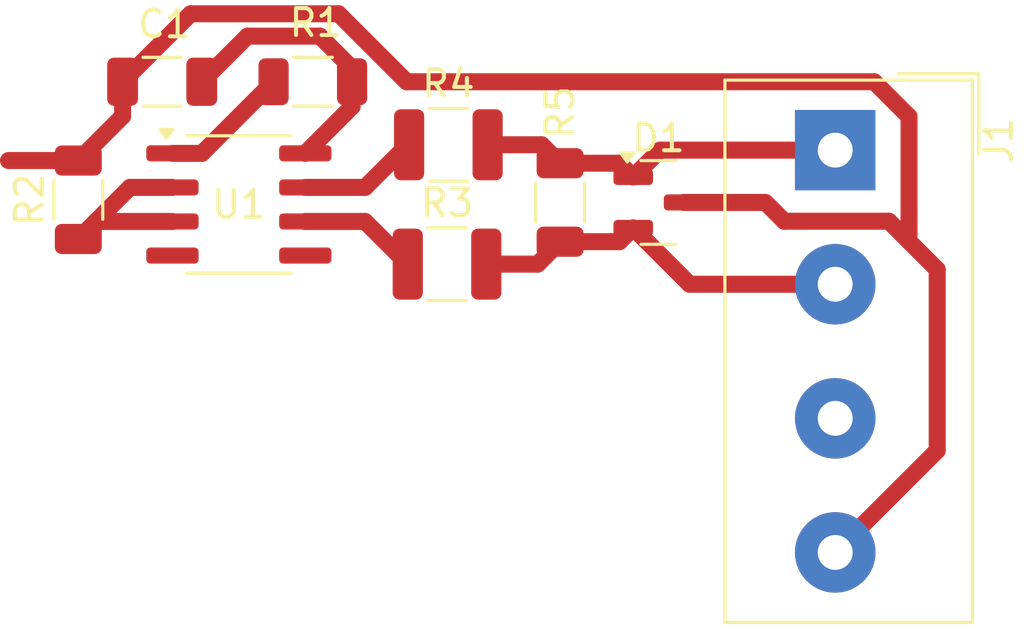
<source format=kicad_pcb>
(kicad_pcb (version 20240108) (generator "pcbnew") (generator_version "8.0")
  (layers (0 "F.Cu" signal) (31 "B.Cu" signal) (34 "B.Paste" user) (35 "F.Paste" user) (36 "B.SilkS" user "B.Silkscreen") (37 "F.SilkS" user "F.Silkscreen") (38 "B.Mask" user) (39 "F.Mask" user) (44 "Edge.Cuts" user))
  (net 0 "")
  (net 1 "+5V")
  (net 2 "GND")
  (net 3 "/A")
  (net 4 "/B")
  (net 5 "/RxD")
  (net 6 "/XDIR")
  (net 7 "/Bout")
  (net 8 "/Aout")
  (net 9 "/TxD")
  (net 10 "+12V")
  (footprint "Resistor_SMD:R_1206_3216Metric" (layer "F.Cu") (at 148.85 97.7 90)
    (property "Reference" "R2" (at 0 -1.82 90) (layer "F.SilkS"))
    (property "Value" "10kOhm")
    (fp_line (start -0.727064 -0.91) (end 0.727064 -0.91) (stroke (width 0.12)) (layer "F.SilkS"))
    (fp_line (start -0.727064 0.91) (end 0.727064 0.91) (stroke (width 0.12)) (layer "F.SilkS"))
    (pad "1" smd roundrect (at -1.4625 0 90) (size 1.125 1.75) (layers "F.Cu" "F.Paste" "F.Mask") (roundrect_rratio 0.222222) (net 6 "/XDIR"))
    (pad "2" smd roundrect (at 1.4625 0 90) (size 1.125 1.75) (layers "F.Cu" "F.Paste" "F.Mask") (roundrect_rratio 0.222222) (net 2 "GND"))
  )
  (footprint "Resistor_SMD:R_1206_3216Metric" (layer "F.Cu") (at 166.8 97.8 90)
    (property "Reference" "R5" (at 3.35 0 90) (layer "F.SilkS"))
    (property "Value" "120")
    (fp_line (start -0.727064 -0.91) (end 0.727064 -0.91) (stroke (width 0.12)) (layer "F.SilkS"))
    (fp_line (start -0.727064 0.91) (end 0.727064 0.91) (stroke (width 0.12)) (layer "F.SilkS"))
    (pad "1" smd roundrect (at -1.4625 0 90) (size 1.125 1.75) (layers "F.Cu" "F.Paste" "F.Mask") (roundrect_rratio 0.222222) (net 3 "/A"))
    (pad "2" smd roundrect (at 1.4625 0 90) (size 1.125 1.75) (layers "F.Cu" "F.Paste" "F.Mask") (roundrect_rratio 0.222222) (net 4 "/B"))
  )
  (footprint "Capacitor_SMD:C_1206_3216Metric" (layer "F.Cu") (at 151.975 93.3 180)
    (property "Reference" "C1" (at -0.075 2.15 360) (layer "F.SilkS"))
    (property "Value" "C")
    (fp_line (start -0.711252 0.91) (end 0.711252 0.91) (stroke (width 0.12)) (layer "F.SilkS"))
    (fp_line (start -0.711252 -0.91) (end 0.711252 -0.91) (stroke (width 0.12)) (layer "F.SilkS"))
    (pad "1" smd roundrect (at -1.475 0 180) (size 1.15 1.8) (layers "F.Cu" "F.Paste" "F.Mask") (roundrect_rratio 0.217391) (net 1 "+5V"))
    (pad "2" smd roundrect (at 1.475 0 180) (size 1.15 1.8) (layers "F.Cu" "F.Paste" "F.Mask") (roundrect_rratio 0.217391) (net 2 "GND"))
  )
  (footprint "TerminalBlock_Altech:Altech_AK100_1x04_P5.00mm" (layer "F.Cu") (at 177.05 95.85 -90)
    (property "Reference" "J1" (at -0.35 -6.09 90) (layer "F.SilkS"))
    (property "Value" "Screw_Terminal_01x04")
    (fp_line (start -2.61 4.11) (end 17.61 4.11) (stroke (width 0.12)) (layer "F.SilkS"))
    (fp_line (start -2.85 -2.35) (end -2.85 -5.35) (stroke (width 0.12)) (layer "F.SilkS"))
    (fp_line (start -2.61 -5.11) (end -2.61 4.11) (stroke (width 0.12)) (layer "F.SilkS"))
    (fp_line (start -2.61 -5.11) (end 17.61 -5.11) (stroke (width 0.12)) (layer "F.SilkS"))
    (fp_line (start 17.61 -5.11) (end 17.61 4.11) (stroke (width 0.12)) (layer "F.SilkS"))
    (fp_line (start -2.85 -5.35) (end 0.15 -5.35) (stroke (width 0.12)) (layer "F.SilkS"))
    (pad "1" thru_hole rect (at 0 0 270) (size 3 3) (drill 1.3) (layers "*.Cu" "*.Mask") (net 4 "/B"))
    (pad "2" thru_hole circle (at 5 0 270) (size 3 3) (drill 1.3) (layers "*.Cu" "*.Mask") (net 3 "/A"))
    (pad "3" thru_hole circle (at 10 0 270) (size 3 3) (drill 1.3) (layers "*.Cu" "*.Mask") (net 10 "+12V"))
    (pad "4" thru_hole circle (at 15 0 270) (size 3 3) (drill 1.3) (layers "*.Cu" "*.Mask") (net 2 "GND"))
  )
  (footprint "Resistor_SMD:R_1210_3225Metric" (layer "F.Cu") (at 162.6375 95.65)
    (property "Reference" "R4" (at 0 -2.28 0) (layer "F.SilkS"))
    (property "Value" "10Ohm")
    (fp_line (start -0.723737 -1.355) (end 0.723737 -1.355) (stroke (width 0.12)) (layer "F.SilkS"))
    (fp_line (start -0.723737 1.355) (end 0.723737 1.355) (stroke (width 0.12)) (layer "F.SilkS"))
    (pad "1" smd roundrect (at -1.4625 0) (size 1.125 2.65) (layers "F.Cu" "F.Paste" "F.Mask") (roundrect_rratio 0.222222) (net 8 "/Aout"))
    (pad "2" smd roundrect (at 1.4625 0) (size 1.125 2.65) (layers "F.Cu" "F.Paste" "F.Mask") (roundrect_rratio 0.222222) (net 4 "/B"))
  )
  (footprint "Resistor_SMD:R_1206_3216Metric" (layer "F.Cu") (at 157.5875 93.3 180)
    (property "Reference" "R1" (at -0.1125 2.2 360) (layer "F.SilkS"))
    (property "Value" "10kOhm")
    (fp_line (start -0.727064 0.91) (end 0.727064 0.91) (stroke (width 0.12)) (layer "F.SilkS"))
    (fp_line (start -0.727064 -0.91) (end 0.727064 -0.91) (stroke (width 0.12)) (layer "F.SilkS"))
    (pad "1" smd roundrect (at -1.4625 0 180) (size 1.125 1.75) (layers "F.Cu" "F.Paste" "F.Mask") (roundrect_rratio 0.222222) (net 1 "+5V"))
    (pad "2" smd roundrect (at 1.4625 0 180) (size 1.125 1.75) (layers "F.Cu" "F.Paste" "F.Mask") (roundrect_rratio 0.222222) (net 5 "/RxD"))
  )
  (footprint "Package_SO:SOIC-8_3.9x4.9mm_P1.27mm" (layer "F.Cu") (at 154.8325 97.875)
    (property "Reference" "U1" (at 0 0 0) (layer "F.SilkS"))
    (property "Value" "THVD1400D")
    (fp_line (start 0 -2.56) (end -1.95 -2.56) (stroke (width 0.12)) (layer "F.SilkS"))
    (fp_line (start 0 -2.56) (end 1.95 -2.56) (stroke (width 0.12)) (layer "F.SilkS"))
    (fp_line (start 0 2.56) (end -1.95 2.56) (stroke (width 0.12)) (layer "F.SilkS"))
    (fp_line (start 0 2.56) (end 1.95 2.56) (stroke (width 0.12)) (layer "F.SilkS"))
    (fp_poly (pts (xy -2.7 -2.465) (xy -2.94 -2.795) (xy -2.46 -2.795) (xy -2.7 -2.465)) (stroke (width 0.12)) (fill solid) (layer "F.SilkS"))
    (pad "1" smd roundrect (at -2.475 -1.905) (size 1.95 0.6) (layers "F.Cu" "F.Paste" "F.Mask") (net 5 "/RxD"))
    (pad "2" smd roundrect (at -2.475 -0.635) (size 1.95 0.6) (layers "F.Cu" "F.Paste" "F.Mask") (net 6 "/XDIR"))
    (pad "3" smd roundrect (at -2.475 0.635) (size 1.95 0.6) (layers "F.Cu" "F.Paste" "F.Mask") (net 6 "/XDIR"))
    (pad "4" smd roundrect (at -2.475 1.905) (size 1.95 0.6) (layers "F.Cu" "F.Paste" "F.Mask") (net 9 "/TxD"))
    (pad "5" smd roundrect (at 2.475 1.905) (size 1.95 0.6) (layers "F.Cu" "F.Paste" "F.Mask") (net 2 "GND"))
    (pad "6" smd roundrect (at 2.475 0.635) (size 1.95 0.6) (layers "F.Cu" "F.Paste" "F.Mask") (net 7 "/Bout"))
    (pad "7" smd roundrect (at 2.475 -0.635) (size 1.95 0.6) (layers "F.Cu" "F.Paste" "F.Mask") (net 8 "/Aout"))
    (pad "8" smd roundrect (at 2.475 -1.905) (size 1.95 0.6) (layers "F.Cu" "F.Paste" "F.Mask") (net 1 "+5V"))
  )
  (footprint "Resistor_SMD:R_1210_3225Metric" (layer "F.Cu") (at 162.5875 100.1)
    (property "Reference" "R3" (at 0 -2.28 0) (layer "F.SilkS"))
    (property "Value" "10Ohm")
    (fp_line (start -0.723737 -1.355) (end 0.723737 -1.355) (stroke (width 0.12)) (layer "F.SilkS"))
    (fp_line (start -0.723737 1.355) (end 0.723737 1.355) (stroke (width 0.12)) (layer "F.SilkS"))
    (pad "1" smd roundrect (at -1.4625 0) (size 1.125 2.65) (layers "F.Cu" "F.Paste" "F.Mask") (roundrect_rratio 0.222222) (net 7 "/Bout"))
    (pad "2" smd roundrect (at 1.4625 0) (size 1.125 2.65) (layers "F.Cu" "F.Paste" "F.Mask") (roundrect_rratio 0.222222) (net 3 "/A"))
  )
  (footprint "Package_TO_SOT_SMD:SOT-23" (layer "F.Cu") (at 170.4625 97.8)
    (property "Reference" "D1" (at 0 -2.4 0) (layer "F.SilkS"))
    (property "Value" "SM712_SOT23")
    (fp_line (start 0 -1.56) (end -0.65 -1.56) (stroke (width 0.12)) (layer "F.SilkS"))
    (fp_line (start 0 -1.56) (end 0.65 -1.56) (stroke (width 0.12)) (layer "F.SilkS"))
    (fp_line (start 0 1.56) (end -0.65 1.56) (stroke (width 0.12)) (layer "F.SilkS"))
    (fp_line (start 0 1.56) (end 0.65 1.56) (stroke (width 0.12)) (layer "F.SilkS"))
    (fp_poly (pts (xy -1.1625 -1.51) (xy -1.4025 -1.84) (xy -0.9225 -1.84) (xy -1.1625 -1.51)) (stroke (width 0.12)) (fill solid) (layer "F.SilkS"))
    (pad "1" smd roundrect (at -0.9375 -0.95) (size 1.475 0.6) (layers "F.Cu" "F.Paste" "F.Mask") (net 4 "/B"))
    (pad "2" smd roundrect (at -0.9375 0.95) (size 1.475 0.6) (layers "F.Cu" "F.Paste" "F.Mask") (net 3 "/A"))
    (pad "3" smd roundrect (at 0.9375 0) (size 1.475 0.6) (layers "F.Cu" "F.Paste" "F.Mask") (net 2 "GND"))
  )
  (segment (start 153.45 93.3) (end 155.15 91.6) (width 0.635) (layer "F.Cu") (net 1))
  (segment (start 157.85 91.6) (end 159.05 92.8) (width 0.635) (layer "F.Cu") (net 1))
  (segment (start 155.15 91.6) (end 157.85 91.6) (width 0.635) (layer "F.Cu") (net 1))
  (segment (start 159.05 93.3) (end 159.05 94.2275) (width 0.635) (layer "F.Cu") (net 1))
  (segment (start 159.05 92.8) (end 159.05 93.3) (width 0.635) (layer "F.Cu") (net 1))
  (segment (start 159.05 94.2275) (end 157.3075 95.97) (width 0.635) (layer "F.Cu") (net 1))
  (segment (start 174.45 97.8) (end 175.15 98.5) (width 0.635) (layer "F.Cu") (net 2))
  (segment (start 179.8 99.25) (end 180.85 100.3) (width 0.635) (layer "F.Cu") (net 2))
  (segment (start 179.8 99.25) (end 179.8 94.6) (width 0.635) (layer "F.Cu") (net 2))
  (segment (start 180.85 107.05) (end 177.05 110.85) (width 0.635) (layer "F.Cu") (net 2))
  (segment (start 179.05 98.5) (end 179.8 99.25) (width 0.635) (layer "F.Cu") (net 2))
  (segment (start 180.85 100.3) (end 180.85 107.05) (width 0.635) (layer "F.Cu") (net 2))
  (segment (start 148.85 96.2375) (end 146.25 96.2375) (width 0.635) (layer "F.Cu") (net 2))
  (segment (start 153.035 90.765) (end 150.5 93.3) (width 0.635) (layer "F.Cu") (net 2))
  (segment (start 150.5 93.3) (end 150.5 94.5875) (width 0.635) (layer "F.Cu") (net 2))
  (segment (start 150.5 94.5875) (end 148.85 96.2375) (width 0.635) (layer "F.Cu") (net 2))
  (segment (start 158.544836 90.765) (end 153.035 90.765) (width 0.635) (layer "F.Cu") (net 2))
  (segment (start 179.8 94.6) (end 178.5 93.3) (width 0.635) (layer "F.Cu") (net 2))
  (segment (start 171.4 97.8) (end 174.45 97.8) (width 0.635) (layer "F.Cu") (net 2))
  (segment (start 178.5 93.3) (end 161.079836 93.3) (width 0.635) (layer "F.Cu") (net 2))
  (segment (start 161.079836 93.3) (end 158.544836 90.765) (width 0.635) (layer "F.Cu") (net 2))
  (segment (start 175.15 98.5) (end 179.05 98.5) (width 0.635) (layer "F.Cu") (net 2))
  (segment (start 165.9625 100.1) (end 166.8 99.2625) (width 0.635) (layer "F.Cu") (net 3))
  (segment (start 164.05 100.1) (end 165.9625 100.1) (width 0.635) (layer "F.Cu") (net 3))
  (segment (start 171.625 100.85) (end 169.525 98.75) (width 0.635) (layer "F.Cu") (net 3))
  (segment (start 166.8 99.2625) (end 169.0125 99.2625) (width 0.635) (layer "F.Cu") (net 3))
  (segment (start 177.05 100.85) (end 171.625 100.85) (width 0.635) (layer "F.Cu") (net 3))
  (segment (start 169.0125 99.2625) (end 169.525 98.75) (width 0.635) (layer "F.Cu") (net 3))
  (segment (start 164.1 95.65) (end 166.1125 95.65) (width 0.635) (layer "F.Cu") (net 4))
  (segment (start 166.1125 95.65) (end 166.8 96.3375) (width 0.635) (layer "F.Cu") (net 4))
  (segment (start 169.0125 96.3375) (end 169.525 96.85) (width 0.635) (layer "F.Cu") (net 4))
  (segment (start 177.05 95.85) (end 170.525 95.85) (width 0.635) (layer "F.Cu") (net 4))
  (segment (start 166.8 96.3375) (end 169.0125 96.3375) (width 0.635) (layer "F.Cu") (net 4))
  (segment (start 170.525 95.85) (end 169.525 96.85) (width 0.635) (layer "F.Cu") (net 4))
  (segment (start 153.455 95.97) (end 152.3575 95.97) (width 0.635) (layer "F.Cu") (net 5))
  (segment (start 156.125 93.3) (end 153.455 95.97) (width 0.635) (layer "F.Cu") (net 5))
  (segment (start 150.7725 97.24) (end 152.3575 97.24) (width 0.635) (layer "F.Cu") (net 6))
  (segment (start 148.85 99.1625) (end 149.5025 98.51) (width 0.635) (layer "F.Cu") (net 6))
  (segment (start 149.5025 98.51) (end 150.7725 97.24) (width 0.635) (layer "F.Cu") (net 6))
  (segment (start 149.5025 98.51) (end 152.3575 98.51) (width 0.635) (layer "F.Cu") (net 6))
  (segment (start 159.535 98.51) (end 157.3075 98.51) (width 0.635) (layer "F.Cu") (net 7))
  (segment (start 161.125 100.1) (end 159.535 98.51) (width 0.635) (layer "F.Cu") (net 7))
  (segment (start 161.175 95.6) (end 159.535 97.24) (width 0.635) (layer "F.Cu") (net 8))
  (segment (start 159.535 97.24) (end 157.3075 97.24) (width 0.635) (layer "F.Cu") (net 8))
)
</source>
